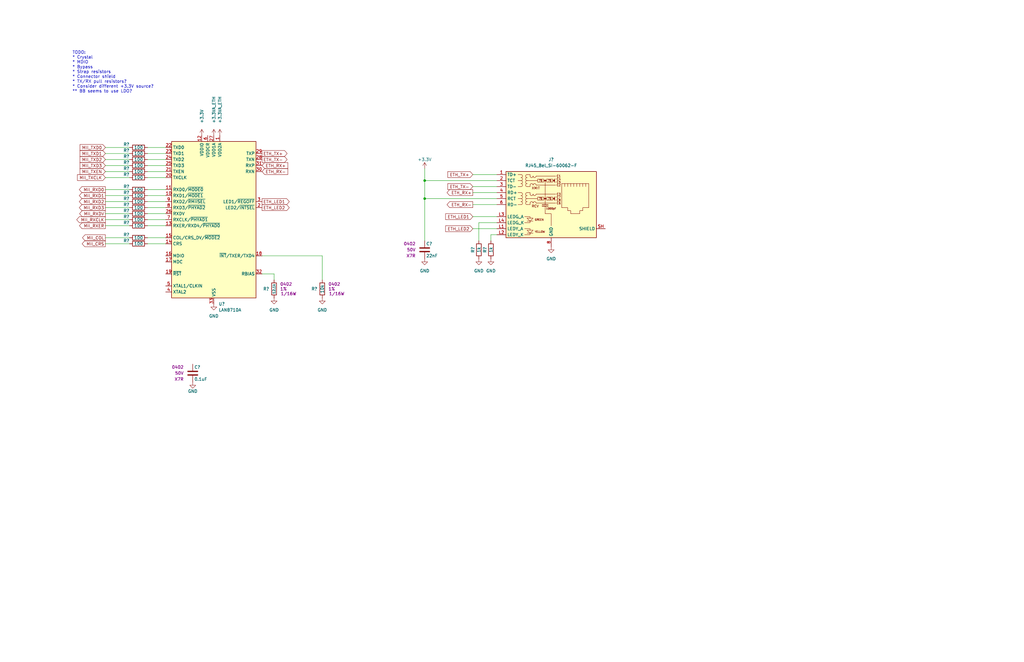
<source format=kicad_sch>
(kicad_sch (version 20211123) (generator eeschema)
  (paper "B")
  (title_block (title "drewSBC") (date "2022-06-26") (rev "PRELIM") (company "Drew Maatman"))
  (lib_symbols
    (symbol "Connector:RJ45_Bel_SI-60062-F"
      (property "Reference" "J" (at 19.05 15.24 0))
      (property "Value" "RJ45_Bel_SI-60062-F" (at -19.05 15.24 0))
      (symbol "RJ45_Bel_SI-60062-F_0_0"
        (circle (center -2.54 2.54) (radius 0.254) (stroke (width 0.254)) (fill (type outline)))
        (circle (center -2.54 10.16) (radius 0.254) (stroke (width 0.254)) (fill (type outline)))
        (polyline (pts (xy -7.62 -12.065) (xy -10.16 -12.065)))
        (polyline (pts (xy -7.62 -6.985) (xy -10.16 -6.985)))
        (polyline (pts (xy -2.54 10.16) (xy -2.54 0)))
        (polyline (pts (xy -1.27 -0.635) (xy -3.81 -0.635)) (stroke (width 0.254)))
        (polyline (pts (xy -1.27 0) (xy -3.81 0)) (stroke (width 0.254)))
        (polyline (pts (xy 1.27 2.54) (xy 0.635 2.54)))
        (polyline (pts (xy 1.27 10.16) (xy 0.635 10.16)))
        (polyline (pts (xy -11.176 -12.7) (xy -8.89 -12.7) (xy -8.89 -12.065)))
        (polyline (pts (xy -11.176 -10.16) (xy -8.89 -10.16) (xy -8.89 -10.795)))
        (polyline (pts (xy -11.176 -5.08) (xy -8.89 -5.08) (xy -8.89 -5.715)))
        (polyline (pts (xy -8.89 -6.985) (xy -8.89 -7.62) (xy -11.176 -7.62)))
        (polyline (pts (xy -10.16 -5.715) (xy -7.62 -5.715) (xy -8.89 -6.985) (xy -10.16 -5.715)))
        (polyline (pts (xy -7.62 -10.795) (xy -10.16 -10.795) (xy -8.89 -12.065) (xy -7.62 -10.795)))
        (polyline (pts (xy -2.54 -0.635) (xy -2.54 -3.81) (xy 0 -3.81) (xy 0 -8.89)))
        (polyline (pts (xy 1.905 3.175) (xy 1.27 3.175) (xy 1.27 1.905) (xy 1.905 1.905)))
        (polyline (pts (xy 1.905 10.795) (xy 1.27 10.795) (xy 1.27 9.525) (xy 1.905 9.525)))
        (circle (center 1.27 2.54) (radius 0.254) (stroke (width 0.254)) (fill (type outline)))
        (circle (center 1.27 10.16) (radius 0.254) (stroke (width 0.254)) (fill (type outline)))
        (text "1000pF" (at 0 -1.651 0) (effects (font (size 0.762 0.762))))
        (text "75" (at -4.445 2.54 0) (effects (font (size 0.762 0.762))))
        (text "75" (at -4.445 10.16 0) (effects (font (size 0.762 0.762))))
        (text "75" (at -0.635 2.54 0) (effects (font (size 0.762 0.762))))
        (text "75" (at -0.635 10.16 0) (effects (font (size 0.762 0.762))))
        (text "C1" (at 3.175 12.065 0) (effects (font (size 0.889 0.889))))
        (text "C2" (at 3.175 8.255 0) (effects (font (size 0.889 0.889))))
        (text "C3" (at 3.175 4.445 0) (effects (font (size 0.889 0.889))))
        (text "C4" (at 3.175 10.795 0) (effects (font (size 0.889 0.889))))
        (text "C5" (at 3.175 9.525 0) (effects (font (size 0.889 0.889))))
        (text "C6" (at 3.175 0.635 0) (effects (font (size 0.889 0.889))))
        (text "C7" (at 3.175 3.175 0) (effects (font (size 0.889 0.889))))
        (text "C8" (at 3.175 1.905 0) (effects (font (size 0.889 0.889))))
        (text "GREEN" (at -6.985 -6.35 0) (effects (font (size 0.762 0.762)) (justify left)))
        (text "RCV" (at -8.255 -0.635 0) (effects (font (size 1.016 1.016)) (justify left)))
        (text "XMIT" (at -8.255 6.985 0) (effects (font (size 1.016 1.016)) (justify left)))
        (text "YELLOW" (at -6.985 -11.43 0) (effects (font (size 0.762 0.762)) (justify left)))
      )
      (symbol "RJ45_Bel_SI-60062-F_0_1"
        (rectangle (start -19.05 -13.97) (end 19.05 13.97) (stroke (width 0.254)) (fill (type background)))
        (arc (start -12.7 0) (mid -12.065 0.635) (end -12.7 1.27))
        (arc (start -12.7 1.27) (mid -12.065 1.905) (end -12.7 2.54))
        (arc (start -12.7 2.54) (mid -12.065 3.175) (end -12.7 3.81))
        (arc (start -12.7 3.81) (mid -12.065 4.445) (end -12.7 5.08))
        (arc (start -12.7 7.62) (mid -12.065 8.255) (end -12.7 8.89))
        (arc (start -12.7 8.89) (mid -12.065 9.525) (end -12.7 10.16))
        (arc (start -12.7 10.16) (mid -12.065 10.795) (end -12.7 11.43))
        (arc (start -12.7 11.43) (mid -12.065 12.065) (end -12.7 12.7))
        (arc (start -10.16 1.27) (mid -10.795 0.635) (end -10.16 0))
        (arc (start -10.16 2.54) (mid -10.795 1.905) (end -10.16 1.27))
        (arc (start -10.16 3.81) (mid -10.795 3.175) (end -10.16 2.54))
        (arc (start -10.16 5.08) (mid -10.795 4.445) (end -10.16 3.81))
        (arc (start -10.16 8.89) (mid -10.795 8.255) (end -10.16 7.62))
        (arc (start -10.16 10.16) (mid -10.795 9.525) (end -10.16 8.89))
        (arc (start -10.16 11.43) (mid -10.795 10.795) (end -10.16 10.16))
        (arc (start -10.16 12.7) (mid -10.795 12.065) (end -10.16 11.43))
        (arc (start -8.89 4.445) (mid -8.255 3.81) (end -7.62 4.445))
        (arc (start -8.89 12.065) (mid -8.255 11.43) (end -7.62 12.065))
        (arc (start -7.62 0.635) (mid -8.255 1.27) (end -8.89 0.635))
        (arc (start -7.62 4.445) (mid -6.985 3.81) (end -6.35 4.445))
        (arc (start -7.62 8.255) (mid -8.255 8.89) (end -8.89 8.255))
        (arc (start -7.62 12.065) (mid -6.985 11.43) (end -6.35 12.065))
        (arc (start -6.35 0.635) (mid -6.985 1.27) (end -7.62 0.635))
        (arc (start -6.35 8.255) (mid -6.985 8.89) (end -7.62 8.255))
        (rectangle (start -5.715 3.175) (end -3.175 1.905))
        (rectangle (start -5.715 10.795) (end -3.175 9.525))
        (rectangle (start -1.905 3.175) (end 0.635 1.905))
        (rectangle (start -1.905 10.795) (end 0.635 9.525))
        (polyline (pts (xy -12.7 0) (xy -13.97 0)))
        (polyline (pts (xy -12.7 2.54) (xy -13.97 2.54)))
        (polyline (pts (xy -12.7 5.08) (xy -13.97 5.08)))
        (polyline (pts (xy -12.7 7.62) (xy -13.97 7.62)))
        (polyline (pts (xy -12.7 10.16) (xy -13.97 10.16)))
        (polyline (pts (xy -12.7 12.7) (xy -13.97 12.7)))
        (polyline (pts (xy -6.35 0.635) (xy 1.905 0.635)))
        (polyline (pts (xy -6.35 4.445) (xy 1.905 4.445)))
        (polyline (pts (xy -6.35 8.255) (xy 1.905 8.255)))
        (polyline (pts (xy -6.35 12.065) (xy 1.905 12.065)))
        (polyline (pts (xy -5.715 2.54) (xy -10.16 2.54)))
        (polyline (pts (xy -5.715 10.16) (xy -10.16 10.16)))
        (polyline (pts (xy -3.175 2.54) (xy -1.905 2.54)))
        (polyline (pts (xy -3.175 10.16) (xy -1.905 10.16)))
        (polyline (pts (xy 5.715 7.62) (xy 5.715 8.89)))
        (polyline (pts (xy 6.985 8.89) (xy 6.985 7.62)))
        (polyline (pts (xy 8.255 8.89) (xy 8.255 7.62)))
        (polyline (pts (xy 9.525 8.89) (xy 9.525 7.62)))
        (polyline (pts (xy 10.795 8.89) (xy 10.795 7.62)))
        (polyline (pts (xy 12.065 8.89) (xy 12.065 7.62)))
        (polyline (pts (xy 13.335 7.62) (xy 13.335 8.89)))
        (polyline (pts (xy 14.605 7.62) (xy 14.605 8.89)))
        (polyline (pts (xy -10.16 5.08) (xy -8.89 5.08) (xy -8.89 4.445)))
        (polyline (pts (xy -10.16 12.7) (xy -8.89 12.7) (xy -8.89 12.065)))
        (polyline (pts (xy -8.89 0.635) (xy -8.89 0) (xy -10.16 0)))
        (polyline (pts (xy -8.89 8.255) (xy -8.89 7.62) (xy -10.16 7.62)))
        (polyline (pts (xy 4.445 8.89) (xy 15.875 8.89) (xy 15.875 -1.27) (xy 13.335 -1.27) (xy 13.335 -2.54) (xy 12.065 -2.54) (xy 12.065 -3.81) (xy 8.255 -3.81) (xy 8.255 -2.54) (xy 6.985 -2.54) (xy 6.985 -1.27) (xy 4.445 -1.27) (xy 4.445 8.89)))
      )
      (symbol "RJ45_Bel_SI-60062-F_1_1"
        (pin passive line (at -22.86 12.7 0) (length 3.81) (name "TD+") (number "1"))
        (pin passive line (at -22.86 10.16 0) (length 3.81) (name "TCT") (number "2"))
        (pin passive line (at -22.86 7.62 0) (length 3.81) (name "TD-") (number "3"))
        (pin passive line (at -22.86 5.08 0) (length 3.81) (name "RD+") (number "4"))
        (pin passive line (at -22.86 2.54 0) (length 3.81) (name "RCT") (number "5"))
        (pin passive line (at -22.86 0 0) (length 3.81) (name "RD-") (number "6"))
        (pin no_connect line (at 5.08 -5.08 0) (length 0) hide (name "NC") (number "7"))
        (pin power_in line (at 0 -17.78 90) (length 3.81) (name "GND") (number "8"))
        (pin passive line (at -22.86 -10.16 0) (length 3.81) (name "LEDY_A") (number "L1"))
        (pin passive line (at -22.86 -12.7 0) (length 3.81) (name "LEDY_K") (number "L2"))
        (pin passive line (at -22.86 -5.08 0) (length 3.81) (name "LEDG_A") (number "L3"))
        (pin passive line (at -22.86 -7.62 0) (length 3.81) (name "LEDG_K") (number "L4"))
        (pin passive line (at 22.86 -10.16 180) (length 3.81) (name "SHIELD") (number "SH"))
      )
    )
    (symbol "Custom Library:+3.3VA_ETH" (power) (pin_names (offset 0))
      (property "Value" "+3.3VA_ETH" (at 0 3.556 0))
      (symbol "+3.3VA_ETH_0_1"
        (polyline (pts (xy -0.762 1.27) (xy 0 2.54)))
        (polyline (pts (xy 0 0) (xy 0 2.54)))
        (polyline (pts (xy 0 2.54) (xy 0.762 1.27)))
      )
      (symbol "+3.3VA_ETH_1_1"
        (pin power_in line (at 0 0 90) (length 0) hide (name "+3.3VA_ETH") (number "1"))
      )
    )
    (symbol "Custom_Library:C_Custom" (pin_numbers hide) (pin_names (offset 0.254))
      (property "Reference" "C" (at 0.635 2.54 0))
      (property "Value" "C_Custom" (at 0.635 -2.54 0))
      (property "display_footprint" "Foot" (at -3.81 2.54 0))
      (property "Voltage" "V" (at -3.81 0 0))
      (property "Dielectric" "Er" (at -3.81 -2.54 0))
      (symbol "C_Custom_0_1"
        (polyline (pts (xy -2.032 -0.762) (xy 2.032 -0.762)) (stroke (width 0.508)))
        (polyline (pts (xy -2.032 0.762) (xy 2.032 0.762)) (stroke (width 0.508)))
      )
      (symbol "C_Custom_1_1"
        (pin passive line (at 0 3.81 270) (length 2.794) (name "~") (number "1"))
        (pin passive line (at 0 -3.81 90) (length 2.794) (name "~") (number "2"))
      )
    )
    (symbol "Custom_Library:R_Custom" (pin_numbers hide) (pin_names (offset 1.016) hide)
      (property "Reference" "R" (at -2.54 0 90))
      (property "Value" "R_Custom" (at 0 0 90))
      (property "display_footprint" "Foot" (at 2.54 0 90))
      (property "Tolerance" "Tol" (at 5.08 0 90))
      (property "Wattage" "W" (at 7.62 0 90))
      (symbol "R_Custom_0_1"
        (rectangle (start 1.016 2.54) (end -1.016 -2.54) (stroke (width 0.254)))
      )
      (symbol "R_Custom_1_1"
        (pin passive line (at 0 3.81 270) (length 1.27) (name "1") (number "1"))
        (pin passive line (at 0 -3.81 90) (length 1.27) (name "2") (number "2"))
      )
    )
    (symbol "Interface_Ethernet:LAN8710A"
      (property "Reference" "U" (at -13.97 34.29 0))
      (property "Value" "LAN8710A" (at 17.78 34.29 0))
      (symbol "LAN8710A_0_1"
        (rectangle (start -17.78 33.02) (end 17.78 -33.02) (stroke (width 0.254)) (fill (type background)))
      )
      (symbol "LAN8710A_1_1"
        (pin power_in line (at 2.54 35.56 270) (length 2.54) (name "VDD2A") (number "1"))
        (pin bidirectional line (at -20.32 10.16 0) (length 2.54) (name "RXD1/~{MODE1}") (number "10"))
        (pin bidirectional line (at -20.32 12.7 0) (length 2.54) (name "RXD0/~{MODE0}") (number "11"))
        (pin power_in line (at -5.08 35.56 270) (length 2.54) (name "VDDIO") (number "12"))
        (pin bidirectional line (at -20.32 -2.54 0) (length 2.54) (name "RXER/RXD4/~{PHYAD0}") (number "13"))
        (pin output line (at -20.32 -10.16 0) (length 2.54) (name "CRS") (number "14"))
        (pin bidirectional line (at -20.32 -7.62 0) (length 2.54) (name "COL/CRS_DV/~{MODE2}") (number "15"))
        (pin bidirectional line (at -20.32 -15.24 0) (length 2.54) (name "MDIO") (number "16"))
        (pin input line (at -20.32 -17.78 0) (length 2.54) (name "MDC") (number "17"))
        (pin bidirectional line (at 20.32 -15.24 180) (length 2.54) (name "~{INT}/TXER/TXD4") (number "18"))
        (pin input line (at -20.32 -22.86 0) (length 2.54) (name "~{RST}") (number "19"))
        (pin bidirectional line (at 20.32 5.08 180) (length 2.54) (name "LED2/~{INTSEL}") (number "2"))
        (pin output line (at -20.32 17.78 0) (length 2.54) (name "TXCLK") (number "20"))
        (pin input line (at -20.32 20.32 0) (length 2.54) (name "TXEN") (number "21"))
        (pin input line (at -20.32 30.48 0) (length 2.54) (name "TXD0") (number "22"))
        (pin input line (at -20.32 27.94 0) (length 2.54) (name "TXD1") (number "23"))
        (pin input line (at -20.32 25.4 0) (length 2.54) (name "TXD2") (number "24"))
        (pin input line (at -20.32 22.86 0) (length 2.54) (name "TXD3") (number "25"))
        (pin output line (at -20.32 2.54 0) (length 2.54) (name "RXDV") (number "26"))
        (pin power_in line (at 0 35.56 270) (length 2.54) (name "VDD1A") (number "27"))
        (pin bidirectional line (at 20.32 25.4 180) (length 2.54) (name "TXN") (number "28"))
        (pin bidirectional line (at 20.32 27.94 180) (length 2.54) (name "TXP") (number "29"))
        (pin bidirectional line (at 20.32 7.62 180) (length 2.54) (name "LED1/~{REGOFF}") (number "3"))
        (pin bidirectional line (at 20.32 20.32 180) (length 2.54) (name "RXN") (number "30"))
        (pin bidirectional line (at 20.32 22.86 180) (length 2.54) (name "RXP") (number "31"))
        (pin passive line (at 20.32 -22.86 180) (length 2.54) (name "RBIAS") (number "32"))
        (pin power_in line (at 0 -35.56 90) (length 2.54) (name "VSS") (number "33"))
        (pin output line (at -20.32 -30.48 0) (length 2.54) (name "XTAL2") (number "4"))
        (pin input line (at -20.32 -27.94 0) (length 2.54) (name "XTAL1/CLKIN") (number "5"))
        (pin power_in line (at -2.54 35.56 270) (length 2.54) (name "VDDCR") (number "6"))
        (pin bidirectional line (at -20.32 0 0) (length 2.54) (name "RXCLK/~{PHYAD1}") (number "7"))
        (pin bidirectional line (at -20.32 5.08 0) (length 2.54) (name "RXD3/~{PHYAD2}") (number "8"))
        (pin bidirectional line (at -20.32 7.62 0) (length 2.54) (name "RXD2/~{RMIISEL}") (number "9"))
      )
    )
    (symbol "power:+3.3V" (power) (pin_names (offset 0))
      (property "Value" "+3.3V" (at 0 3.556 0))
      (symbol "+3.3V_0_1"
        (polyline (pts (xy -0.762 1.27) (xy 0 2.54)))
        (polyline (pts (xy 0 0) (xy 0 2.54)))
        (polyline (pts (xy 0 2.54) (xy 0.762 1.27)))
      )
      (symbol "+3.3V_1_1"
        (pin power_in line (at 0 0 90) (length 0) hide (name "+3.3V") (number "1"))
      )
    )
    (symbol "power:GND" (power) (pin_names (offset 0))
      (property "Value" "GND" (at 0 -3.81 0))
      (symbol "GND_0_1"
        (polyline (pts (xy 0 0) (xy 0 -1.27) (xy 1.27 -1.27) (xy 0 -2.54) (xy -1.27 -1.27) (xy 0 -1.27)))
      )
      (symbol "GND_1_1"
        (pin power_in line (at 0 0 270) (length 0) hide (name "GND") (number "1"))
      )
    )
  )
  (junction (at 179.07 76.2))
  (junction (at 179.07 83.82))
  (wire (pts (xy 62.23 69.85) (xy 69.85 69.85)))
  (wire (pts (xy 44.45 72.39) (xy 54.61 72.39)))
  (wire (pts (xy 179.07 71.12) (xy 179.07 76.2)))
  (wire (pts (xy 44.45 80.01) (xy 54.61 80.01)))
  (wire (pts (xy 44.45 82.55) (xy 54.61 82.55)))
  (wire (pts (xy 201.93 101.6) (xy 201.93 93.98)))
  (wire (pts (xy 179.07 76.2) (xy 179.07 83.82)))
  (wire (pts (xy 201.93 93.98) (xy 209.55 93.98)))
  (wire (pts (xy 199.39 96.52) (xy 209.55 96.52)))
  (wire (pts (xy 199.39 86.36) (xy 209.55 86.36)))
  (wire (pts (xy 62.23 67.31) (xy 69.85 67.31)))
  (wire (pts (xy 62.23 90.17) (xy 69.85 90.17)))
  (wire (pts (xy 62.23 74.93) (xy 69.85 74.93)))
  (wire (pts (xy 44.45 90.17) (xy 54.61 90.17)))
  (wire (pts (xy 179.07 83.82) (xy 209.55 83.82)))
  (wire (pts (xy 199.39 73.66) (xy 209.55 73.66)))
  (wire (pts (xy 207.01 99.06) (xy 207.01 101.6)))
  (wire (pts (xy 62.23 92.71) (xy 69.85 92.71)))
  (wire (pts (xy 62.23 87.63) (xy 69.85 87.63)))
  (wire (pts (xy 44.45 64.77) (xy 54.61 64.77)))
  (wire (pts (xy 44.45 67.31) (xy 54.61 67.31)))
  (wire (pts (xy 62.23 100.33) (xy 69.85 100.33)))
  (wire (pts (xy 62.23 62.23) (xy 69.85 62.23)))
  (wire (pts (xy 62.23 64.77) (xy 69.85 64.77)))
  (wire (pts (xy 62.23 72.39) (xy 69.85 72.39)))
  (wire (pts (xy 62.23 95.25) (xy 69.85 95.25)))
  (wire (pts (xy 44.45 92.71) (xy 54.61 92.71)))
  (wire (pts (xy 209.55 76.2) (xy 179.07 76.2)))
  (wire (pts (xy 209.55 99.06) (xy 207.01 99.06)))
  (wire (pts (xy 44.45 100.33) (xy 54.61 100.33)))
  (wire (pts (xy 44.45 85.09) (xy 54.61 85.09)))
  (wire (pts (xy 135.89 118.11) (xy 135.89 107.95)))
  (wire (pts (xy 44.45 62.23) (xy 54.61 62.23)))
  (wire (pts (xy 115.57 118.11) (xy 115.57 115.57)))
  (wire (pts (xy 135.89 107.95) (xy 110.49 107.95)))
  (wire (pts (xy 44.45 74.93) (xy 54.61 74.93)))
  (wire (pts (xy 44.45 95.25) (xy 54.61 95.25)))
  (wire (pts (xy 44.45 102.87) (xy 54.61 102.87)))
  (wire (pts (xy 115.57 115.57) (xy 110.49 115.57)))
  (wire (pts (xy 62.23 85.09) (xy 69.85 85.09)))
  (wire (pts (xy 62.23 82.55) (xy 69.85 82.55)))
  (wire (pts (xy 62.23 102.87) (xy 69.85 102.87)))
  (wire (pts (xy 199.39 81.28) (xy 209.55 81.28)))
  (wire (pts (xy 199.39 78.74) (xy 209.55 78.74)))
  (wire (pts (xy 44.45 69.85) (xy 54.61 69.85)))
  (wire (pts (xy 44.45 87.63) (xy 54.61 87.63)))
  (wire (pts (xy 179.07 101.6) (xy 179.07 83.82)))
  (wire (pts (xy 62.23 80.01) (xy 69.85 80.01)))
  (wire (pts (xy 199.39 91.44) (xy 209.55 91.44)))
  (text "TODO:\n* Crystal\n* MDIO\n* Bypass\n* Strap resistors\n* Connector shield\n* TX/RX pull resistors?\n* Consider different +3.3V source?\n** BB seems to use LDO?" (at 30.48 39.37 0) (effects (font (size 1.27 1.27)) (justify left bottom)))
  (global_label "ETH_TX+" (shape output) (at 110.49 64.77 0) (property "Intersheet References" "${INTERSHEET_REFS}" (effects hide)))
  (global_label "ETH_TX-" (shape output) (at 110.49 67.31 0) (property "Intersheet References" "${INTERSHEET_REFS}" (effects hide)))
  (global_label "MII_RXCLK" (shape output) (at 44.45 92.71 180) (property "Intersheet References" "${INTERSHEET_REFS}" (effects hide)))
  (global_label "ETH_RX+" (shape input) (at 110.49 69.85 0) (property "Intersheet References" "${INTERSHEET_REFS}" (effects hide)))
  (global_label "ETH_LED1" (shape input) (at 199.39 91.44 180) (property "Intersheet References" "${INTERSHEET_REFS}" (effects hide)))
  (global_label "MII_RXD1" (shape output) (at 44.45 82.55 180) (property "Intersheet References" "${INTERSHEET_REFS}" (effects hide)))
  (global_label "MII_TXCLK" (shape input) (at 44.45 74.93 180) (property "Intersheet References" "${INTERSHEET_REFS}" (effects hide)))
  (global_label "MII_CRS" (shape output) (at 44.45 102.87 180) (property "Intersheet References" "${INTERSHEET_REFS}" (effects hide)))
  (global_label "MII_TXD1" (shape input) (at 44.45 64.77 180) (property "Intersheet References" "${INTERSHEET_REFS}" (effects hide)))
  (global_label "MII_TXD0" (shape input) (at 44.45 62.23 180) (property "Intersheet References" "${INTERSHEET_REFS}" (effects hide)))
  (global_label "MII_RXER" (shape output) (at 44.45 95.25 180) (property "Intersheet References" "${INTERSHEET_REFS}" (effects hide)))
  (global_label "MII_TXEN" (shape input) (at 44.45 72.39 180) (property "Intersheet References" "${INTERSHEET_REFS}" (effects hide)))
  (global_label "MII_COL" (shape output) (at 44.45 100.33 180) (property "Intersheet References" "${INTERSHEET_REFS}" (effects hide)))
  (global_label "MII_RXD3" (shape output) (at 44.45 87.63 180) (property "Intersheet References" "${INTERSHEET_REFS}" (effects hide)))
  (global_label "MII_RXD2" (shape output) (at 44.45 85.09 180) (property "Intersheet References" "${INTERSHEET_REFS}" (effects hide)))
  (global_label "MII_TXD3" (shape input) (at 44.45 69.85 180) (property "Intersheet References" "${INTERSHEET_REFS}" (effects hide)))
  (global_label "ETH_RX-" (shape output) (at 199.39 86.36 180) (property "Intersheet References" "${INTERSHEET_REFS}" (effects hide)))
  (global_label "ETH_LED2" (shape input) (at 199.39 96.52 180) (property "Intersheet References" "${INTERSHEET_REFS}" (effects hide)))
  (global_label "ETH_LED2" (shape output) (at 110.49 87.63 0) (property "Intersheet References" "${INTERSHEET_REFS}" (effects hide)))
  (global_label "ETH_TX-" (shape input) (at 199.39 78.74 180) (property "Intersheet References" "${INTERSHEET_REFS}" (effects hide)))
  (global_label "MII_RXDV" (shape output) (at 44.45 90.17 180) (property "Intersheet References" "${INTERSHEET_REFS}" (effects hide)))
  (global_label "ETH_TX+" (shape input) (at 199.39 73.66 180) (property "Intersheet References" "${INTERSHEET_REFS}" (effects hide)))
  (global_label "ETH_LED1" (shape output) (at 110.49 85.09 0) (property "Intersheet References" "${INTERSHEET_REFS}" (effects hide)))
  (global_label "MII_RXD0" (shape output) (at 44.45 80.01 180) (property "Intersheet References" "${INTERSHEET_REFS}" (effects hide)))
  (global_label "ETH_RX-" (shape input) (at 110.49 72.39 0) (property "Intersheet References" "${INTERSHEET_REFS}" (effects hide)))
  (global_label "ETH_RX+" (shape output) (at 199.39 81.28 180) (property "Intersheet References" "${INTERSHEET_REFS}" (effects hide)))
  (global_label "MII_TXD2" (shape input) (at 44.45 67.31 180) (property "Intersheet References" "${INTERSHEET_REFS}" (effects hide)))
  (symbol (lib_id "Custom_Library:R_Custom") (at 58.42 102.87 90) (mirror x) (unit 1)
    (property "Reference" "R?" (at 54.61 101.6 90) (effects (justify left)))
    (property "Value" "100" (at 58.42 102.87 90))
    (property "Footprint" "Resistors_SMD:R_0402" (effects hide))
    (property "display_footprint" "0402" (effects hide))
    (property "Tolerance" "1%" (effects hide))
    (property "Wattage" "1/16W" (effects hide))
  )
  (symbol (lib_id "power:GND") (at 90.17 128.27 0) (unit 1)
    (property "Reference" "#PWR?" (effects hide))
    (property "Value" "GND" (at 90.17 133.35 0))
  )
  (symbol (lib_id "Custom_Library:R_Custom") (at 207.01 105.41 0) (unit 1)
    (property "Reference" "R?" (at 204.47 105.41 90))
    (property "Value" "1k" (at 207.01 105.41 90))
    (property "Footprint" "Resistors_SMD:R_0402" (effects hide))
    (property "display_footprint" "0402" (effects hide))
    (property "Tolerance" "1%" (effects hide))
    (property "Wattage" "1/16W" (effects hide))
  )
  (symbol (lib_id "power:GND") (at 135.89 125.73 0) (unit 1)
    (property "Reference" "#PWR?" (effects hide))
    (property "Value" "GND" (at 135.89 130.81 0))
  )
  (symbol (lib_id "Custom_Library:C_Custom") (at 81.28 157.48 0) (unit 1)
    (property "Reference" "C?" (at 81.915 154.94 0) (effects (justify left)))
    (property "Value" "0.1uF" (at 81.915 160.02 0) (effects (justify left)))
    (property "Footprint" "Capacitors_SMD:C_0402" (effects hide))
    (property "display_footprint" "0402" (at 77.47 154.94 0) (effects (justify right)))
    (property "Voltage" "50V" (at 77.47 157.48 0) (effects (justify right)))
    (property "Dielectric" "X7R" (at 77.47 160.02 0) (effects (justify right)))
    (property "Digi-Key PN" "490-10698-1-ND" (effects hide))
  )
  (symbol (lib_id "Custom_Library:R_Custom") (at 58.42 72.39 90) (mirror x) (unit 1)
    (property "Reference" "R?" (at 54.61 71.12 90) (effects (justify left)))
    (property "Value" "100" (at 58.42 72.39 90))
    (property "Footprint" "Resistors_SMD:R_0402" (effects hide))
    (property "display_footprint" "0402" (effects hide))
    (property "Tolerance" "1%" (effects hide))
    (property "Wattage" "1/16W" (effects hide))
  )
  (symbol (lib_id "power:GND") (at 232.41 104.14 0) (unit 1)
    (property "Reference" "#PWR?" (effects hide))
    (property "Value" "GND" (at 232.41 109.22 0))
  )
  (symbol (lib_id "Custom_Library:R_Custom") (at 58.42 67.31 90) (mirror x) (unit 1)
    (property "Reference" "R?" (at 54.61 66.04 90) (effects (justify left)))
    (property "Value" "100" (at 58.42 67.31 90))
    (property "Footprint" "Resistors_SMD:R_0402" (effects hide))
    (property "display_footprint" "0402" (effects hide))
    (property "Tolerance" "1%" (effects hide))
    (property "Wattage" "1/16W" (effects hide))
  )
  (symbol (lib_id "Custom_Library:R_Custom") (at 58.42 87.63 90) (mirror x) (unit 1)
    (property "Reference" "R?" (at 54.61 86.36 90) (effects (justify left)))
    (property "Value" "100" (at 58.42 87.63 90))
    (property "Footprint" "Resistors_SMD:R_0402" (effects hide))
    (property "display_footprint" "0402" (effects hide))
    (property "Tolerance" "1%" (effects hide))
    (property "Wattage" "1/16W" (effects hide))
  )
  (symbol (lib_id "Custom_Library:R_Custom") (at 58.42 95.25 90) (mirror x) (unit 1)
    (property "Reference" "R?" (at 54.61 93.98 90) (effects (justify left)))
    (property "Value" "100" (at 58.42 95.25 90))
    (property "Footprint" "Resistors_SMD:R_0402" (effects hide))
    (property "display_footprint" "0402" (effects hide))
    (property "Tolerance" "1%" (effects hide))
    (property "Wattage" "1/16W" (effects hide))
  )
  (symbol (lib_id "Custom_Library:R_Custom") (at 58.42 100.33 90) (mirror x) (unit 1)
    (property "Reference" "R?" (at 54.61 99.06 90) (effects (justify left)))
    (property "Value" "100" (at 58.42 100.33 90))
    (property "Footprint" "Resistors_SMD:R_0402" (effects hide))
    (property "display_footprint" "0402" (effects hide))
    (property "Tolerance" "1%" (effects hide))
    (property "Wattage" "1/16W" (effects hide))
  )
  (symbol (lib_id "Connector:RJ45_Bel_SI-60062-F") (at 232.41 86.36 0) (unit 1)
    (property "Reference" "J?" (at 232.41 67.31 0))
    (property "Value" "RJ45_Bel_SI-60062-F" (at 232.41 69.85 0))
    (property "Footprint" "Connector_RJ:RJ45_Bel_SI-60062-F" (effects hide))
    (property "Datasheet" "https://belfuse.com/resources/drawings/magneticsolutions/dr-mag-si-60062-f.pdf" (effects hide))
  )
  (symbol (lib_id "power:GND") (at 179.07 109.22 0) (unit 1)
    (property "Reference" "#PWR?" (effects hide))
    (property "Value" "GND" (at 179.07 114.3 0))
  )
  (symbol (lib_id "power:GND") (at 81.28 161.29 0) (unit 1)
    (property "Reference" "#PWR?" (effects hide))
    (property "Value" "GND" (at 81.28 165.1 0))
  )
  (symbol (lib_id "Custom_Library:R_Custom") (at 58.42 90.17 90) (mirror x) (unit 1)
    (property "Reference" "R?" (at 54.61 88.9 90) (effects (justify left)))
    (property "Value" "100" (at 58.42 90.17 90))
    (property "Footprint" "Resistors_SMD:R_0402" (effects hide))
    (property "display_footprint" "0402" (effects hide))
    (property "Tolerance" "1%" (effects hide))
    (property "Wattage" "1/16W" (effects hide))
  )
  (symbol (lib_id "Custom_Library:R_Custom") (at 58.42 69.85 90) (mirror x) (unit 1)
    (property "Reference" "R?" (at 54.61 68.58 90) (effects (justify left)))
    (property "Value" "100" (at 58.42 69.85 90))
    (property "Footprint" "Resistors_SMD:R_0402" (effects hide))
    (property "display_footprint" "0402" (effects hide))
    (property "Tolerance" "1%" (effects hide))
    (property "Wattage" "1/16W" (effects hide))
  )
  (symbol (lib_id "Custom_Library:C_Custom") (at 179.07 105.41 0) (unit 1)
    (property "Reference" "C?" (at 179.705 102.87 0) (effects (justify left)))
    (property "Value" "22nF" (at 179.705 107.95 0) (effects (justify left)))
    (property "Footprint" "Capacitors_SMD:C_0402" (effects hide))
    (property "display_footprint" "0402" (at 175.26 102.87 0) (effects (justify right)))
    (property "Voltage" "50V" (at 175.26 105.41 0) (effects (justify right)))
    (property "Dielectric" "X7R" (at 175.26 107.95 0) (effects (justify right)))
  )
  (symbol (lib_id "Interface_Ethernet:LAN8710A") (at 90.17 92.71 0) (unit 1)
    (property "Reference" "U?" (at 92.1894 128.27 0) (effects (justify left)))
    (property "Value" "LAN8710A" (at 92.1894 130.81 0) (effects (justify left)))
    (property "Footprint" "Package_DFN_QFN:QFN-32-1EP_5x5mm_P0.5mm_EP3.3x3.3mm_ThermalVias" (effects hide))
    (property "Datasheet" "http://ww1.microchip.com/downloads/en/DeviceDoc/8710a.pdf" (effects hide))
  )
  (symbol (lib_id "Custom_Library:R_Custom") (at 58.42 80.01 90) (mirror x) (unit 1)
    (property "Reference" "R?" (at 54.61 78.74 90) (effects (justify left)))
    (property "Value" "100" (at 58.42 80.01 90))
    (property "Footprint" "Resistors_SMD:R_0402" (effects hide))
    (property "display_footprint" "0402" (effects hide))
    (property "Tolerance" "1%" (effects hide))
    (property "Wattage" "1/16W" (effects hide))
  )
  (symbol (lib_id "Custom_Library:R_Custom") (at 135.89 121.92 0) (unit 1)
    (property "Reference" "R?" (at 133.858 121.92 0) (effects (justify right)))
    (property "Value" "10k" (at 135.89 121.92 90))
    (property "Footprint" "Resistors_SMD:R_0402" (effects hide))
    (property "display_footprint" "0402" (at 138.43 119.888 0) (effects (justify left)))
    (property "Tolerance" "1%" (at 138.43 121.92 0) (effects (justify left)))
    (property "Wattage" "1/16W" (at 138.684 123.952 0) (effects (justify left)))
    (property "Digi-Key PN" "RMCF0402FT10K0CT-ND" (effects hide))
  )
  (symbol (lib_id "Custom_Library:R_Custom") (at 58.42 64.77 90) (mirror x) (unit 1)
    (property "Reference" "R?" (at 54.61 63.5 90) (effects (justify left)))
    (property "Value" "100" (at 58.42 64.77 90))
    (property "Footprint" "Resistors_SMD:R_0402" (effects hide))
    (property "display_footprint" "0402" (effects hide))
    (property "Tolerance" "1%" (effects hide))
    (property "Wattage" "1/16W" (effects hide))
  )
  (symbol (lib_id "power:+3.3V") (at 179.07 71.12 0) (unit 1)
    (property "Reference" "#PWR?" (effects hide))
    (property "Value" "+3.3V" (at 179.07 67.31 0))
  )
  (symbol (lib_id "power:+3.3V") (at 85.09 57.15 0) (unit 1)
    (property "Reference" "#PWR?" (effects hide))
    (property "Value" "+3.3V" (at 85.09 52.07 90) (effects (justify left)))
  )
  (symbol (lib_id "power:GND") (at 201.93 109.22 0) (unit 1)
    (property "Reference" "#PWR?" (effects hide))
    (property "Value" "GND" (at 201.93 114.3 0))
  )
  (symbol (lib_id "Custom Library:+3.3VA_ETH") (at 92.71 57.15 0) (unit 1)
    (property "Reference" "#PWR?" (effects hide))
    (property "Value" "+3.3VA_ETH" (at 92.71 52.07 90) (effects (justify left)))
  )
  (symbol (lib_id "power:GND") (at 207.01 109.22 0) (unit 1)
    (property "Reference" "#PWR?" (effects hide))
    (property "Value" "GND" (at 207.01 114.3 0))
  )
  (symbol (lib_id "Custom_Library:R_Custom") (at 58.42 62.23 90) (mirror x) (unit 1)
    (property "Reference" "R?" (at 54.61 60.96 90) (effects (justify left)))
    (property "Value" "100" (at 58.42 62.23 90))
    (property "Footprint" "Resistors_SMD:R_0402" (effects hide))
    (property "display_footprint" "0402" (effects hide))
    (property "Tolerance" "1%" (effects hide))
    (property "Wattage" "1/16W" (effects hide))
  )
  (symbol (lib_id "power:GND") (at 115.57 125.73 0) (unit 1)
    (property "Reference" "#PWR?" (effects hide))
    (property "Value" "GND" (at 115.57 130.81 0))
  )
  (symbol (lib_id "Custom Library:+3.3VA_ETH") (at 90.17 57.15 0) (unit 1)
    (property "Reference" "#PWR?" (effects hide))
    (property "Value" "+3.3VA_ETH" (at 90.17 52.07 90) (effects (justify left)))
  )
  (symbol (lib_id "Custom_Library:R_Custom") (at 58.42 82.55 90) (mirror x) (unit 1)
    (property "Reference" "R?" (at 54.61 81.28 90) (effects (justify left)))
    (property "Value" "100" (at 58.42 82.55 90))
    (property "Footprint" "Resistors_SMD:R_0402" (effects hide))
    (property "display_footprint" "0402" (effects hide))
    (property "Tolerance" "1%" (effects hide))
    (property "Wattage" "1/16W" (effects hide))
  )
  (symbol (lib_id "Custom_Library:R_Custom") (at 201.93 105.41 0) (unit 1)
    (property "Reference" "R?" (at 199.39 105.41 90))
    (property "Value" "1k" (at 201.93 105.41 90))
    (property "Footprint" "Resistors_SMD:R_0402" (effects hide))
    (property "display_footprint" "0402" (effects hide))
    (property "Tolerance" "1%" (effects hide))
    (property "Wattage" "1/16W" (effects hide))
  )
  (symbol (lib_id "Custom_Library:R_Custom") (at 115.57 121.92 0) (unit 1)
    (property "Reference" "R?" (at 113.538 121.92 0) (effects (justify right)))
    (property "Value" "12.1k" (at 115.57 121.92 90) (effects (font (size 1.016 1.016))))
    (property "Footprint" "Resistors_SMD:R_0402" (effects hide))
    (property "display_footprint" "0402" (at 118.11 119.888 0) (effects (justify left)))
    (property "Tolerance" "1%" (at 118.11 121.92 0) (effects (justify left)))
    (property "Wattage" "1/16W" (at 118.364 123.952 0) (effects (justify left)))
  )
  (symbol (lib_id "Custom_Library:R_Custom") (at 58.42 92.71 90) (mirror x) (unit 1)
    (property "Reference" "R?" (at 54.61 91.44 90) (effects (justify left)))
    (property "Value" "100" (at 58.42 92.71 90))
    (property "Footprint" "Resistors_SMD:R_0402" (effects hide))
    (property "display_footprint" "0402" (effects hide))
    (property "Tolerance" "1%" (effects hide))
    (property "Wattage" "1/16W" (effects hide))
  )
  (symbol (lib_id "Custom_Library:R_Custom") (at 58.42 85.09 90) (mirror x) (unit 1)
    (property "Reference" "R?" (at 54.61 83.82 90) (effects (justify left)))
    (property "Value" "100" (at 58.42 85.09 90))
    (property "Footprint" "Resistors_SMD:R_0402" (effects hide))
    (property "display_footprint" "0402" (effects hide))
    (property "Tolerance" "1%" (effects hide))
    (property "Wattage" "1/16W" (effects hide))
  )
  (symbol (lib_id "Custom_Library:R_Custom") (at 58.42 74.93 90) (mirror x) (unit 1)
    (property "Reference" "R?" (at 54.61 73.66 90) (effects (justify left)))
    (property "Value" "100" (at 58.42 74.93 90))
    (property "Footprint" "Resistors_SMD:R_0402" (effects hide))
    (property "display_footprint" "0402" (effects hide))
    (property "Tolerance" "1%" (effects hide))
    (property "Wattage" "1/16W" (effects hide))
  )
)
</source>
